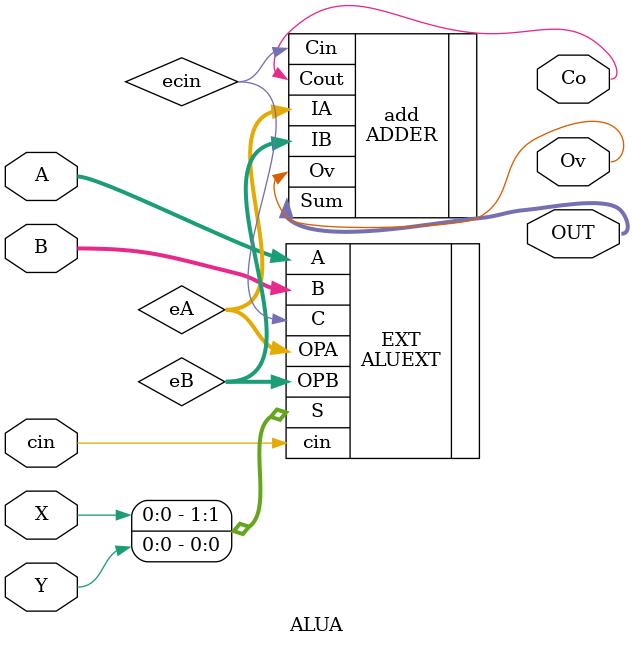
<source format=sv>
module ALUA (
	//inputs
	input logic [7:0] A,
	input logic [7:0] B,
	input logic X, //y
	input logic Y, //z
	input logic cin,
	output logic [7:0] OUT,
	//banderas
	output logic Co,
	output logic Ov
	);
	//cables
	logic [7:0] eA,eB;
	logic ecin;	
	
	ALUEXT EXT ( .A(A), .B(B), .S({X,Y}), .cin(cin), .OPA(eA), .OPB(eB), .C(ecin) );
	ADDER add ( .IA(eA), .IB(eB), .Cin(ecin), .Sum(OUT), .Cout(Co), .Ov(Ov) );
	
	
endmodule 
</source>
